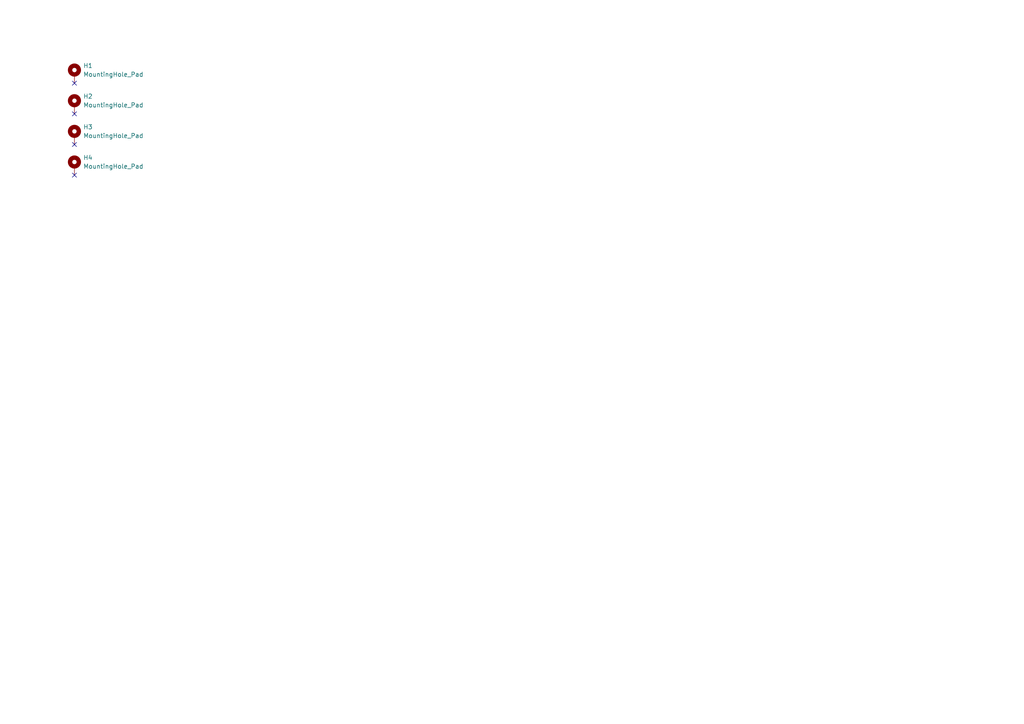
<source format=kicad_sch>
(kicad_sch (version 20231120) (generator "eeschema") (generator_version "8.0")
  (paper "A4")
  (lib_symbols
    (symbol "Mechanical:MountingHole_Pad" (pin_numbers hide) (pin_names (offset 1.016) hide)
      (property "Reference" "H" (at 0 6.35 0))
      (property "Value" "MountingHole_Pad" (at 0 4.445 0))
      (symbol "MountingHole_Pad_0_1"
        (circle (center 0 1.27) (radius 1.27) (stroke (width 1.27)))
      )
      (symbol "MountingHole_Pad_1_1"
        (pin input line (at 0 -2.54 90) (length 2.54) (name "1") (number "1"))
      )
    )
  )
  (no_connect (at 21.59 33.02))
  (no_connect (at 21.59 24.13))
  (no_connect (at 21.59 41.91))
  (no_connect (at 21.59 50.8))
  (symbol (lib_id "Mechanical:MountingHole_Pad") (at 21.59 48.26 0) (unit 1)
    (property "Reference" "H4" (at 24.13 45.7199 0) (effects (justify left)))
    (property "Value" "MountingHole_Pad" (at 24.13 48.2599 0) (effects (justify left)))
    (property "Footprint" "MountingHole:MountingHole_2.2mm_M2_Pad_Via" (effects (hide yes)))
    (property "Description" "Mounting Hole with connection" (effects (hide yes)))
  )
  (symbol (lib_id "Mechanical:MountingHole_Pad") (at 21.59 30.48 0) (unit 1)
    (property "Reference" "H2" (at 24.13 27.9399 0) (effects (justify left)))
    (property "Value" "MountingHole_Pad" (at 24.13 30.4799 0) (effects (justify left)))
    (property "Footprint" "MountingHole:MountingHole_2.2mm_M2_Pad_Via" (effects (hide yes)))
    (property "Description" "Mounting Hole with connection" (effects (hide yes)))
  )
  (symbol (lib_id "Mechanical:MountingHole_Pad") (at 21.59 39.37 0) (unit 1)
    (property "Reference" "H3" (at 24.13 36.8299 0) (effects (justify left)))
    (property "Value" "MountingHole_Pad" (at 24.13 39.3699 0) (effects (justify left)))
    (property "Footprint" "MountingHole:MountingHole_2.2mm_M2_Pad_Via" (effects (hide yes)))
    (property "Description" "Mounting Hole with connection" (effects (hide yes)))
  )
  (symbol (lib_id "Mechanical:MountingHole_Pad") (at 21.59 21.59 0) (unit 1)
    (property "Reference" "H1" (at 24.13 19.0499 0) (effects (justify left)))
    (property "Value" "MountingHole_Pad" (at 24.13 21.5899 0) (effects (justify left)))
    (property "Footprint" "MountingHole:MountingHole_2.2mm_M2_Pad_Via" (effects (hide yes)))
    (property "Description" "Mounting Hole with connection" (effects (hide yes)))
  )
)
</source>
